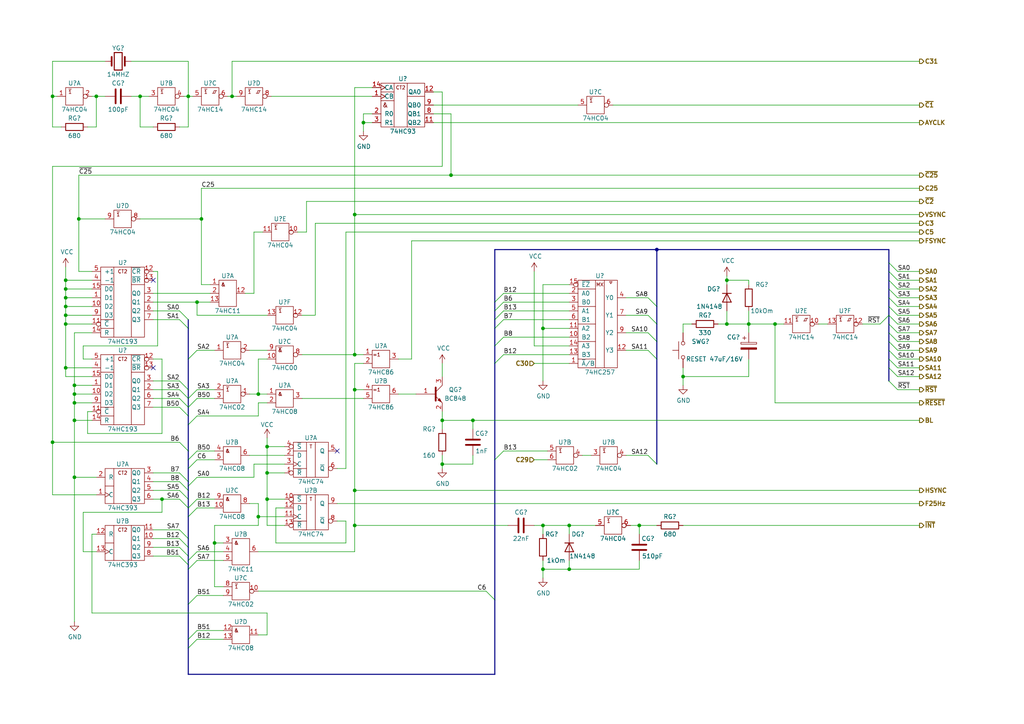
<source format=kicad_sch>
(kicad_sch (version 20211123) (generator eeschema)
  (paper "A4")
  (title_block (title "Generator") (date "28.05.2022") (rev "0.01v") (comment 1 "Comment1") (comment 2 "Comment2") (comment 3 "Comment3") (comment 4 "Comment4"))
  (junction (at 19.05 83.82))
  (junction (at 67.31 27.94))
  (junction (at 74.93 114.3))
  (junction (at 22.86 63.5))
  (junction (at 77.47 144.78))
  (junction (at 190.5 72.39))
  (junction (at 102.87 62.23))
  (junction (at 21.59 121.92))
  (junction (at 77.47 137.16))
  (junction (at 19.05 93.98))
  (junction (at 19.05 81.28))
  (junction (at 46.99 144.78))
  (junction (at 102.87 102.87))
  (junction (at 210.82 93.98))
  (junction (at 27.94 27.94))
  (junction (at 102.87 152.4))
  (junction (at 102.87 142.24))
  (junction (at 224.79 93.98))
  (junction (at 19.05 106.68))
  (junction (at 21.59 116.84))
  (junction (at 210.82 81.28))
  (junction (at 157.48 165.1))
  (junction (at 62.23 157.48))
  (junction (at 21.59 114.3))
  (junction (at 19.05 88.9))
  (junction (at 19.05 91.44))
  (junction (at 19.05 86.36))
  (junction (at 21.59 138.43))
  (junction (at 157.48 152.4))
  (junction (at 21.59 111.76))
  (junction (at 198.12 109.22))
  (junction (at 105.41 35.56))
  (junction (at 40.64 27.94))
  (junction (at 128.27 121.92))
  (junction (at 54.61 27.94))
  (junction (at 157.48 95.25))
  (junction (at 58.42 63.5))
  (junction (at 74.93 149.86))
  (junction (at 130.81 50.8))
  (junction (at 15.24 27.94))
  (junction (at 102.87 113.03))
  (junction (at 185.42 152.4))
  (junction (at 15.24 128.27))
  (junction (at 57.15 87.63))
  (junction (at 165.1 152.4))
  (junction (at 137.16 121.92))
  (junction (at 217.17 93.98))
  (junction (at 165.1 165.1))
  (junction (at 77.47 129.54))
  (junction (at 128.27 134.62))
  (no_connect (at 44.45 106.68))
  (no_connect (at 97.79 130.81))
  (no_connect (at 44.45 81.28))
  (bus_entry (at 54.61 118.11) (size 2.54 -2.54))
  (bus_entry (at 257.81 110.49) (size 2.54 2.54))
  (bus_entry (at 52.07 156.21) (size 2.54 2.54))
  (bus_entry (at 143.51 100.33) (size 2.54 -2.54))
  (bus_entry (at 257.81 96.52) (size 2.54 2.54))
  (bus_entry (at 257.81 99.06) (size 2.54 2.54))
  (bus_entry (at 54.61 187.96) (size 2.54 -2.54))
  (bus_entry (at 54.61 104.14) (size 2.54 -2.54))
  (bus_entry (at 52.07 139.7) (size 2.54 2.54))
  (bus_entry (at 52.07 92.71) (size 2.54 2.54))
  (bus_entry (at 52.07 115.57) (size 2.54 2.54))
  (bus_entry (at 187.96 86.36) (size 2.54 2.54))
  (bus_entry (at 187.96 132.08) (size 2.54 2.54))
  (bus_entry (at 143.51 90.17) (size 2.54 -2.54))
  (bus_entry (at 143.51 92.71) (size 2.54 -2.54))
  (bus_entry (at 54.61 135.89) (size 2.54 -2.54))
  (bus_entry (at 143.51 87.63) (size 2.54 -2.54))
  (bus_entry (at 257.81 88.9) (size 2.54 2.54))
  (bus_entry (at 187.96 96.52) (size 2.54 2.54))
  (bus_entry (at 257.81 106.68) (size 2.54 2.54))
  (bus_entry (at 54.61 133.35) (size 2.54 -2.54))
  (bus_entry (at 140.97 171.45) (size 2.54 2.54))
  (bus_entry (at 143.51 95.25) (size 2.54 -2.54))
  (bus_entry (at 54.61 149.86) (size 2.54 -2.54))
  (bus_entry (at 52.07 144.78) (size 2.54 2.54))
  (bus_entry (at 257.81 81.28) (size 2.54 2.54))
  (bus_entry (at 255.27 93.98) (size 2.54 -2.54))
  (bus_entry (at 54.61 165.1) (size 2.54 -2.54))
  (bus_entry (at 257.81 86.36) (size 2.54 2.54))
  (bus_entry (at 54.61 123.19) (size 2.54 -2.54))
  (bus_entry (at 257.81 83.82) (size 2.54 2.54))
  (bus_entry (at 52.07 110.49) (size 2.54 2.54))
  (bus_entry (at 52.07 142.24) (size 2.54 2.54))
  (bus_entry (at 187.96 91.44) (size 2.54 2.54))
  (bus_entry (at 52.07 161.29) (size 2.54 2.54))
  (bus_entry (at 52.07 118.11) (size 2.54 2.54))
  (bus_entry (at 52.07 158.75) (size 2.54 2.54))
  (bus_entry (at 54.61 185.42) (size 2.54 -2.54))
  (bus_entry (at 257.81 101.6) (size 2.54 2.54))
  (bus_entry (at 143.51 105.41) (size 2.54 -2.54))
  (bus_entry (at 257.81 78.74) (size 2.54 2.54))
  (bus_entry (at 257.81 76.2) (size 2.54 2.54))
  (bus_entry (at 257.81 93.98) (size 2.54 2.54))
  (bus_entry (at 54.61 115.57) (size 2.54 -2.54))
  (bus_entry (at 187.96 101.6) (size 2.54 2.54))
  (bus_entry (at 54.61 140.97) (size 2.54 -2.54))
  (bus_entry (at 54.61 162.56) (size 2.54 -2.54))
  (bus_entry (at 257.81 104.14) (size 2.54 2.54))
  (bus_entry (at 54.61 147.32) (size 2.54 -2.54))
  (bus_entry (at 52.07 128.27) (size 2.54 2.54))
  (bus_entry (at 54.61 175.26) (size 2.54 -2.54))
  (bus_entry (at 257.81 91.44) (size 2.54 2.54))
  (bus_entry (at 52.07 137.16) (size 2.54 2.54))
  (bus_entry (at 52.07 113.03) (size 2.54 2.54))
  (bus_entry (at 52.07 153.67) (size 2.54 2.54))
  (bus_entry (at 52.07 90.17) (size 2.54 2.54))
  (bus_entry (at 143.51 133.35) (size 2.54 -2.54))
  (bus (pts (xy 143.51 87.63) (xy 143.51 90.17)))
  (wire (pts (xy 102.87 113.03) (xy 105.41 113.03)))
  (wire (pts (xy 54.61 17.78) (xy 54.61 27.94)))
  (wire (pts (xy 77.47 144.78) (xy 77.47 152.4)))
  (wire (pts (xy 62.23 157.48) (xy 62.23 170.18)))
  (wire (pts (xy 266.7 116.84) (xy 224.79 116.84)))
  (wire (pts (xy 57.15 160.02) (xy 64.77 160.02)))
  (wire (pts (xy 154.94 78.74) (xy 154.94 100.33)))
  (wire (pts (xy 62.23 113.03) (xy 57.15 113.03)))
  (wire (pts (xy 15.24 17.78) (xy 30.48 17.78)))
  (wire (pts (xy 77.47 152.4) (xy 82.55 152.4)))
  (wire (pts (xy 100.33 67.31) (xy 266.7 67.31)))
  (wire (pts (xy 21.59 111.76) (xy 21.59 114.3)))
  (bus (pts (xy 143.51 72.39) (xy 143.51 87.63)))
  (wire (pts (xy 40.64 27.94) (xy 43.18 27.94)))
  (bus (pts (xy 54.61 104.14) (xy 54.61 113.03)))
  (wire (pts (xy 97.79 146.05) (xy 266.7 146.05)))
  (wire (pts (xy 198.12 152.4) (xy 266.7 152.4)))
  (wire (pts (xy 57.15 130.81) (xy 62.23 130.81)))
  (bus (pts (xy 257.81 86.36) (xy 257.81 88.9)))
  (bus (pts (xy 257.81 104.14) (xy 257.81 106.68)))
  (wire (pts (xy 58.42 63.5) (xy 58.42 82.55)))
  (bus (pts (xy 257.81 76.2) (xy 257.81 78.74)))
  (wire (pts (xy 210.82 93.98) (xy 217.17 93.98)))
  (wire (pts (xy 266.7 69.85) (xy 119.38 69.85)))
  (wire (pts (xy 77.47 184.15) (xy 77.47 177.8)))
  (wire (pts (xy 26.67 81.28) (xy 19.05 81.28)))
  (wire (pts (xy 198.12 109.22) (xy 217.17 109.22)))
  (wire (pts (xy 266.7 93.98) (xy 260.35 93.98)))
  (wire (pts (xy 44.45 118.11) (xy 52.07 118.11)))
  (wire (pts (xy 44.45 78.74) (xy 45.72 78.74)))
  (wire (pts (xy 45.72 78.74) (xy 45.72 100.33)))
  (wire (pts (xy 54.61 27.94) (xy 53.34 27.94)))
  (wire (pts (xy 19.05 109.22) (xy 19.05 106.68)))
  (wire (pts (xy 119.38 104.14) (xy 115.57 104.14)))
  (wire (pts (xy 100.33 157.48) (xy 80.01 157.48)))
  (wire (pts (xy 24.13 160.02) (xy 27.94 160.02)))
  (wire (pts (xy 210.82 81.28) (xy 217.17 81.28)))
  (wire (pts (xy 128.27 132.08) (xy 128.27 134.62)))
  (wire (pts (xy 25.4 125.73) (xy 46.99 125.73)))
  (wire (pts (xy 102.87 152.4) (xy 102.87 160.02)))
  (wire (pts (xy 71.12 85.09) (xy 73.66 85.09)))
  (bus (pts (xy 257.81 93.98) (xy 257.81 96.52)))
  (wire (pts (xy 26.67 177.8) (xy 26.67 154.94)))
  (wire (pts (xy 102.87 113.03) (xy 102.87 142.24)))
  (bus (pts (xy 143.51 95.25) (xy 143.51 100.33)))
  (wire (pts (xy 266.7 104.14) (xy 260.35 104.14)))
  (wire (pts (xy 157.48 162.56) (xy 157.48 165.1)))
  (bus (pts (xy 54.61 95.25) (xy 54.61 104.14)))
  (wire (pts (xy 19.05 83.82) (xy 26.67 83.82)))
  (wire (pts (xy 19.05 81.28) (xy 19.05 77.47)))
  (wire (pts (xy 146.05 87.63) (xy 165.1 87.63)))
  (bus (pts (xy 54.61 147.32) (xy 54.61 149.86)))
  (wire (pts (xy 57.15 133.35) (xy 62.23 133.35)))
  (wire (pts (xy 74.93 149.86) (xy 74.93 152.4)))
  (wire (pts (xy 44.45 115.57) (xy 52.07 115.57)))
  (wire (pts (xy 168.91 132.08) (xy 171.45 132.08)))
  (wire (pts (xy 157.48 165.1) (xy 157.48 167.64)))
  (bus (pts (xy 54.61 195.58) (xy 143.51 195.58)))
  (wire (pts (xy 198.12 109.22) (xy 198.12 111.76)))
  (wire (pts (xy 77.47 137.16) (xy 77.47 144.78)))
  (wire (pts (xy 74.93 114.3) (xy 77.47 114.3)))
  (wire (pts (xy 208.28 93.98) (xy 210.82 93.98)))
  (wire (pts (xy 181.61 86.36) (xy 187.96 86.36)))
  (wire (pts (xy 128.27 48.26) (xy 15.24 48.26)))
  (wire (pts (xy 57.15 144.78) (xy 62.23 144.78)))
  (wire (pts (xy 26.67 106.68) (xy 19.05 106.68)))
  (wire (pts (xy 26.67 154.94) (xy 27.94 154.94)))
  (wire (pts (xy 40.64 63.5) (xy 58.42 63.5)))
  (bus (pts (xy 54.61 144.78) (xy 54.61 147.32)))
  (wire (pts (xy 74.93 146.05) (xy 74.93 149.86)))
  (wire (pts (xy 19.05 91.44) (xy 19.05 93.98)))
  (wire (pts (xy 64.77 157.48) (xy 62.23 157.48)))
  (wire (pts (xy 24.13 100.33) (xy 24.13 104.14)))
  (wire (pts (xy 128.27 109.22) (xy 128.27 105.41)))
  (wire (pts (xy 217.17 93.98) (xy 217.17 96.52)))
  (bus (pts (xy 143.51 173.99) (xy 143.51 195.58)))
  (wire (pts (xy 26.67 114.3) (xy 21.59 114.3)))
  (wire (pts (xy 181.61 101.6) (xy 187.96 101.6)))
  (wire (pts (xy 157.48 152.4) (xy 165.1 152.4)))
  (wire (pts (xy 21.59 121.92) (xy 21.59 116.84)))
  (wire (pts (xy 57.15 115.57) (xy 62.23 115.57)))
  (wire (pts (xy 102.87 25.4) (xy 107.95 25.4)))
  (bus (pts (xy 54.61 149.86) (xy 54.61 156.21)))
  (wire (pts (xy 266.7 96.52) (xy 260.35 96.52)))
  (wire (pts (xy 19.05 106.68) (xy 19.05 93.98)))
  (wire (pts (xy 19.05 91.44) (xy 26.67 91.44)))
  (wire (pts (xy 19.05 88.9) (xy 26.67 88.9)))
  (wire (pts (xy 74.93 160.02) (xy 102.87 160.02)))
  (wire (pts (xy 100.33 67.31) (xy 100.33 135.89)))
  (wire (pts (xy 62.23 152.4) (xy 62.23 157.48)))
  (wire (pts (xy 54.61 36.83) (xy 54.61 27.94)))
  (bus (pts (xy 190.5 72.39) (xy 257.81 72.39)))
  (wire (pts (xy 73.66 138.43) (xy 57.15 138.43)))
  (wire (pts (xy 74.93 152.4) (xy 62.23 152.4)))
  (bus (pts (xy 54.61 187.96) (xy 54.61 195.58)))
  (wire (pts (xy 146.05 92.71) (xy 165.1 92.71)))
  (wire (pts (xy 128.27 121.92) (xy 137.16 121.92)))
  (wire (pts (xy 266.7 106.68) (xy 260.35 106.68)))
  (bus (pts (xy 54.61 92.71) (xy 54.61 95.25)))
  (bus (pts (xy 54.61 139.7) (xy 54.61 140.97)))
  (wire (pts (xy 45.72 100.33) (xy 24.13 100.33)))
  (wire (pts (xy 266.7 78.74) (xy 260.35 78.74)))
  (wire (pts (xy 88.9 67.31) (xy 88.9 58.42)))
  (bus (pts (xy 54.61 133.35) (xy 54.61 135.89)))
  (wire (pts (xy 185.42 152.4) (xy 185.42 154.94)))
  (wire (pts (xy 77.47 129.54) (xy 77.47 137.16)))
  (wire (pts (xy 77.47 129.54) (xy 77.47 127)))
  (bus (pts (xy 143.51 105.41) (xy 143.51 133.35)))
  (bus (pts (xy 143.51 100.33) (xy 143.51 105.41)))
  (wire (pts (xy 266.7 17.78) (xy 67.31 17.78)))
  (wire (pts (xy 86.36 67.31) (xy 88.9 67.31)))
  (wire (pts (xy 266.7 91.44) (xy 260.35 91.44)))
  (wire (pts (xy 67.31 27.94) (xy 68.58 27.94)))
  (wire (pts (xy 57.15 147.32) (xy 62.23 147.32)))
  (bus (pts (xy 54.61 158.75) (xy 54.61 161.29)))
  (wire (pts (xy 19.05 86.36) (xy 26.67 86.36)))
  (wire (pts (xy 154.94 152.4) (xy 157.48 152.4)))
  (bus (pts (xy 190.5 72.39) (xy 190.5 88.9)))
  (wire (pts (xy 44.45 85.09) (xy 60.96 85.09)))
  (wire (pts (xy 217.17 93.98) (xy 217.17 90.17)))
  (wire (pts (xy 22.86 50.8) (xy 130.81 50.8)))
  (wire (pts (xy 260.35 81.28) (xy 266.7 81.28)))
  (wire (pts (xy 15.24 17.78) (xy 15.24 27.94)))
  (wire (pts (xy 105.41 35.56) (xy 105.41 33.02)))
  (bus (pts (xy 257.81 106.68) (xy 257.81 110.49)))
  (bus (pts (xy 54.61 161.29) (xy 54.61 162.56)))
  (wire (pts (xy 260.35 86.36) (xy 266.7 86.36)))
  (wire (pts (xy 185.42 152.4) (xy 190.5 152.4)))
  (wire (pts (xy 22.86 63.5) (xy 30.48 63.5)))
  (wire (pts (xy 26.67 27.94) (xy 27.94 27.94)))
  (wire (pts (xy 137.16 124.46) (xy 137.16 121.92)))
  (bus (pts (xy 257.81 83.82) (xy 257.81 86.36)))
  (wire (pts (xy 154.94 105.41) (xy 165.1 105.41)))
  (wire (pts (xy 58.42 54.61) (xy 266.7 54.61)))
  (wire (pts (xy 181.61 132.08) (xy 187.96 132.08)))
  (wire (pts (xy 77.47 91.44) (xy 57.15 91.44)))
  (wire (pts (xy 73.66 67.31) (xy 76.2 67.31)))
  (wire (pts (xy 198.12 106.68) (xy 198.12 109.22)))
  (wire (pts (xy 38.1 17.78) (xy 54.61 17.78)))
  (wire (pts (xy 74.93 104.14) (xy 74.93 114.3)))
  (wire (pts (xy 260.35 83.82) (xy 266.7 83.82)))
  (wire (pts (xy 46.99 104.14) (xy 44.45 104.14)))
  (bus (pts (xy 257.81 101.6) (xy 257.81 104.14)))
  (wire (pts (xy 102.87 105.41) (xy 102.87 113.03)))
  (wire (pts (xy 80.01 147.32) (xy 82.55 147.32)))
  (wire (pts (xy 97.79 135.89) (xy 100.33 135.89)))
  (wire (pts (xy 46.99 148.59) (xy 46.99 144.78)))
  (wire (pts (xy 26.67 109.22) (xy 19.05 109.22)))
  (wire (pts (xy 260.35 109.22) (xy 266.7 109.22)))
  (bus (pts (xy 143.51 92.71) (xy 143.51 95.25)))
  (wire (pts (xy 72.39 101.6) (xy 77.47 101.6)))
  (wire (pts (xy 88.9 58.42) (xy 266.7 58.42)))
  (wire (pts (xy 21.59 116.84) (xy 26.67 116.84)))
  (wire (pts (xy 21.59 96.52) (xy 26.67 96.52)))
  (bus (pts (xy 54.61 118.11) (xy 54.61 120.65)))
  (wire (pts (xy 66.04 27.94) (xy 67.31 27.94)))
  (wire (pts (xy 58.42 54.61) (xy 58.42 63.5)))
  (wire (pts (xy 224.79 93.98) (xy 224.79 116.84)))
  (wire (pts (xy 125.73 30.48) (xy 167.64 30.48)))
  (wire (pts (xy 15.24 128.27) (xy 15.24 143.51)))
  (bus (pts (xy 143.51 133.35) (xy 143.51 173.99)))
  (bus (pts (xy 54.61 130.81) (xy 54.61 133.35)))
  (wire (pts (xy 62.23 170.18) (xy 64.77 170.18)))
  (wire (pts (xy 44.45 137.16) (xy 52.07 137.16)))
  (wire (pts (xy 58.42 82.55) (xy 60.96 82.55)))
  (wire (pts (xy 157.48 82.55) (xy 157.48 95.25)))
  (wire (pts (xy 44.45 142.24) (xy 52.07 142.24)))
  (wire (pts (xy 44.45 87.63) (xy 57.15 87.63)))
  (wire (pts (xy 73.66 134.62) (xy 82.55 134.62)))
  (wire (pts (xy 44.45 36.83) (xy 40.64 36.83)))
  (wire (pts (xy 266.7 101.6) (xy 260.35 101.6)))
  (wire (pts (xy 19.05 91.44) (xy 19.05 88.9)))
  (wire (pts (xy 102.87 142.24) (xy 102.87 152.4)))
  (wire (pts (xy 130.81 50.8) (xy 266.7 50.8)))
  (wire (pts (xy 74.93 116.84) (xy 74.93 120.65)))
  (wire (pts (xy 15.24 143.51) (xy 27.94 143.51)))
  (wire (pts (xy 125.73 33.02) (xy 130.81 33.02)))
  (wire (pts (xy 27.94 27.94) (xy 30.48 27.94)))
  (wire (pts (xy 57.15 87.63) (xy 60.96 87.63)))
  (wire (pts (xy 54.61 27.94) (xy 55.88 27.94)))
  (bus (pts (xy 143.51 90.17) (xy 143.51 92.71)))
  (wire (pts (xy 44.45 92.71) (xy 52.07 92.71)))
  (bus (pts (xy 190.5 93.98) (xy 190.5 99.06)))
  (wire (pts (xy 182.88 152.4) (xy 185.42 152.4)))
  (bus (pts (xy 190.5 88.9) (xy 190.5 93.98)))
  (wire (pts (xy 154.94 133.35) (xy 158.75 133.35)))
  (wire (pts (xy 44.45 139.7) (xy 52.07 139.7)))
  (wire (pts (xy 165.1 82.55) (xy 157.48 82.55)))
  (wire (pts (xy 77.47 129.54) (xy 82.55 129.54)))
  (bus (pts (xy 54.61 142.24) (xy 54.61 144.78)))
  (wire (pts (xy 158.75 130.81) (xy 146.05 130.81)))
  (wire (pts (xy 44.45 156.21) (xy 52.07 156.21)))
  (wire (pts (xy 87.63 102.87) (xy 102.87 102.87)))
  (bus (pts (xy 257.81 81.28) (xy 257.81 83.82)))
  (wire (pts (xy 266.7 99.06) (xy 260.35 99.06)))
  (wire (pts (xy 57.15 185.42) (xy 64.77 185.42)))
  (wire (pts (xy 26.67 121.92) (xy 21.59 121.92)))
  (wire (pts (xy 64.77 172.72) (xy 57.15 172.72)))
  (wire (pts (xy 146.05 90.17) (xy 165.1 90.17)))
  (wire (pts (xy 107.95 35.56) (xy 105.41 35.56)))
  (wire (pts (xy 128.27 26.67) (xy 128.27 48.26)))
  (wire (pts (xy 24.13 148.59) (xy 24.13 160.02)))
  (wire (pts (xy 165.1 152.4) (xy 165.1 154.94)))
  (wire (pts (xy 22.86 50.8) (xy 22.86 63.5)))
  (wire (pts (xy 165.1 162.56) (xy 165.1 165.1)))
  (wire (pts (xy 210.82 81.28) (xy 210.82 82.55)))
  (wire (pts (xy 266.7 62.23) (xy 102.87 62.23)))
  (wire (pts (xy 250.19 93.98) (xy 255.27 93.98)))
  (wire (pts (xy 198.12 93.98) (xy 200.66 93.98)))
  (wire (pts (xy 15.24 128.27) (xy 52.07 128.27)))
  (wire (pts (xy 105.41 33.02) (xy 107.95 33.02)))
  (wire (pts (xy 77.47 116.84) (xy 74.93 116.84)))
  (wire (pts (xy 26.67 177.8) (xy 77.47 177.8)))
  (wire (pts (xy 44.45 90.17) (xy 52.07 90.17)))
  (wire (pts (xy 57.15 162.56) (xy 64.77 162.56)))
  (wire (pts (xy 73.66 134.62) (xy 73.66 138.43)))
  (wire (pts (xy 19.05 88.9) (xy 19.05 86.36)))
  (wire (pts (xy 77.47 104.14) (xy 74.93 104.14)))
  (bus (pts (xy 257.81 96.52) (xy 257.81 99.06)))
  (wire (pts (xy 74.93 171.45) (xy 140.97 171.45)))
  (bus (pts (xy 54.61 165.1) (xy 54.61 175.26)))
  (bus (pts (xy 190.5 99.06) (xy 190.5 104.14)))
  (wire (pts (xy 102.87 142.24) (xy 266.7 142.24)))
  (wire (pts (xy 46.99 125.73) (xy 46.99 104.14)))
  (wire (pts (xy 26.67 119.38) (xy 25.4 119.38)))
  (wire (pts (xy 72.39 146.05) (xy 74.93 146.05)))
  (wire (pts (xy 21.59 111.76) (xy 21.59 96.52)))
  (wire (pts (xy 181.61 91.44) (xy 187.96 91.44)))
  (wire (pts (xy 217.17 93.98) (xy 224.79 93.98)))
  (wire (pts (xy 102.87 102.87) (xy 105.41 102.87)))
  (wire (pts (xy 147.32 152.4) (xy 102.87 152.4)))
  (wire (pts (xy 27.94 36.83) (xy 25.4 36.83)))
  (wire (pts (xy 105.41 35.56) (xy 105.41 38.1)))
  (wire (pts (xy 21.59 121.92) (xy 21.59 138.43)))
  (wire (pts (xy 237.49 93.98) (xy 240.03 93.98)))
  (wire (pts (xy 19.05 83.82) (xy 19.05 81.28)))
  (wire (pts (xy 57.15 182.88) (xy 64.77 182.88)))
  (wire (pts (xy 27.94 27.94) (xy 27.94 36.83)))
  (bus (pts (xy 54.61 185.42) (xy 54.61 187.96)))
  (wire (pts (xy 130.81 50.8) (xy 130.81 33.02)))
  (wire (pts (xy 15.24 27.94) (xy 15.24 36.83)))
  (wire (pts (xy 26.67 93.98) (xy 19.05 93.98)))
  (wire (pts (xy 154.94 100.33) (xy 165.1 100.33)))
  (wire (pts (xy 266.7 88.9) (xy 260.35 88.9)))
  (wire (pts (xy 21.59 114.3) (xy 21.59 116.84)))
  (wire (pts (xy 82.55 144.78) (xy 77.47 144.78)))
  (wire (pts (xy 91.44 64.77) (xy 266.7 64.77)))
  (wire (pts (xy 44.45 153.67) (xy 52.07 153.67)))
  (wire (pts (xy 80.01 157.48) (xy 80.01 147.32)))
  (wire (pts (xy 157.48 165.1) (xy 165.1 165.1)))
  (wire (pts (xy 210.82 80.01) (xy 210.82 81.28)))
  (wire (pts (xy 44.45 144.78) (xy 46.99 144.78)))
  (wire (pts (xy 44.45 158.75) (xy 52.07 158.75)))
  (wire (pts (xy 119.38 69.85) (xy 119.38 104.14)))
  (wire (pts (xy 15.24 48.26) (xy 15.24 128.27)))
  (wire (pts (xy 44.45 110.49) (xy 52.07 110.49)))
  (wire (pts (xy 266.7 113.03) (xy 260.35 113.03)))
  (wire (pts (xy 102.87 105.41) (xy 105.41 105.41)))
  (wire (pts (xy 137.16 132.08) (xy 137.16 134.62)))
  (wire (pts (xy 91.44 91.44) (xy 91.44 64.77)))
  (wire (pts (xy 137.16 121.92) (xy 266.7 121.92)))
  (wire (pts (xy 181.61 96.52) (xy 187.96 96.52)))
  (wire (pts (xy 72.39 114.3) (xy 74.93 114.3)))
  (wire (pts (xy 128.27 119.38) (xy 128.27 121.92)))
  (wire (pts (xy 128.27 121.92) (xy 128.27 124.46)))
  (bus (pts (xy 54.61 120.65) (xy 54.61 123.19)))
  (bus (pts (xy 257.81 72.39) (xy 257.81 76.2)))
  (wire (pts (xy 128.27 134.62) (xy 137.16 134.62)))
  (wire (pts (xy 87.63 91.44) (xy 91.44 91.44)))
  (wire (pts (xy 72.39 132.08) (xy 82.55 132.08)))
  (wire (pts (xy 224.79 93.98) (xy 227.33 93.98)))
  (wire (pts (xy 44.45 161.29) (xy 52.07 161.29)))
  (wire (pts (xy 22.86 63.5) (xy 22.86 78.74)))
  (wire (pts (xy 24.13 148.59) (xy 46.99 148.59)))
  (bus (pts (xy 54.61 140.97) (xy 54.61 142.24)))
  (wire (pts (xy 157.48 95.25) (xy 157.48 110.49)))
  (bus (pts (xy 54.61 162.56) (xy 54.61 163.83)))
  (wire (pts (xy 102.87 62.23) (xy 102.87 102.87)))
  (wire (pts (xy 22.86 78.74) (xy 26.67 78.74)))
  (wire (pts (xy 165.1 152.4) (xy 172.72 152.4)))
  (bus (pts (xy 54.61 113.03) (xy 54.61 115.57)))
  (bus (pts (xy 54.61 156.21) (xy 54.61 158.75)))
  (wire (pts (xy 217.17 109.22) (xy 217.17 104.14)))
  (wire (pts (xy 185.42 162.56) (xy 185.42 165.1)))
  (wire (pts (xy 125.73 26.67) (xy 128.27 26.67)))
  (wire (pts (xy 57.15 101.6) (xy 62.23 101.6)))
  (wire (pts (xy 15.24 27.94) (xy 16.51 27.94)))
  (bus (pts (xy 54.61 135.89) (xy 54.61 139.7)))
  (bus (pts (xy 257.81 78.74) (xy 257.81 81.28)))
  (wire (pts (xy 74.93 120.65) (xy 57.15 120.65)))
  (wire (pts (xy 146.05 85.09) (xy 165.1 85.09)))
  (wire (pts (xy 102.87 25.4) (xy 102.87 62.23)))
  (wire (pts (xy 52.07 36.83) (xy 54.61 36.83)))
  (wire (pts (xy 87.63 115.57) (xy 105.41 115.57)))
  (bus (pts (xy 54.61 115.57) (xy 54.61 118.11)))
  (wire (pts (xy 73.66 67.31) (xy 73.66 85.09)))
  (wire (pts (xy 115.57 114.3) (xy 120.65 114.3)))
  (wire (pts (xy 77.47 184.15) (xy 74.93 184.15)))
  (wire (pts (xy 198.12 96.52) (xy 198.12 93.98)))
  (wire (pts (xy 44.45 113.03) (xy 52.07 113.03)))
  (wire (pts (xy 57.15 91.44) (xy 57.15 87.63)))
  (bus (pts (xy 143.51 72.39) (xy 190.5 72.39)))
  (wire (pts (xy 165.1 165.1) (xy 185.42 165.1)))
  (wire (pts (xy 25.4 119.38) (xy 25.4 125.73)))
  (wire (pts (xy 177.8 30.48) (xy 266.7 30.48)))
  (bus (pts (xy 54.61 175.26) (xy 54.61 185.42)))
  (wire (pts (xy 97.79 151.13) (xy 100.33 151.13)))
  (wire (pts (xy 146.05 102.87) (xy 165.1 102.87)))
  (wire (pts (xy 100.33 151.13) (xy 100.33 157.48)))
  (wire (pts (xy 217.17 81.28) (xy 217.17 82.55)))
  (wire (pts (xy 15.24 36.83) (xy 17.78 36.83)))
  (wire (pts (xy 128.27 134.62) (xy 128.27 135.89)))
  (bus (pts (xy 190.5 104.14) (xy 190.5 134.62)))
  (wire (pts (xy 157.48 152.4) (xy 157.48 154.94)))
  (wire (pts (xy 19.05 86.36) (xy 19.05 83.82)))
  (bus (pts (xy 257.81 99.06) (xy 257.81 101.6)))
  (wire (pts (xy 46.99 144.78) (xy 52.07 144.78)))
  (wire (pts (xy 77.47 137.16) (xy 82.55 137.16)))
  (bus (pts (xy 54.61 163.83) (xy 54.61 165.1)))
  (wire (pts (xy 40.64 36.83) (xy 40.64 27.94)))
  (wire (pts (xy 210.82 90.17) (xy 210.82 93.98)))
  (wire (pts (xy 24.13 104.14) (xy 26.67 104.14)))
  (wire (pts (xy 146.05 97.79) (xy 165.1 97.79)))
  (wire (pts (xy 21.59 138.43) (xy 27.94 138.43)))
  (wire (pts (xy 21.59 138.43) (xy 21.59 180.34)))
  (wire (pts (xy 67.31 27.94) (xy 67.31 17.78)))
  (wire (pts (xy 82.55 149.86) (xy 74.93 149.86)))
  (bus (pts (xy 257.81 88.9) (xy 257.81 91.44)))
  (wire (pts (xy 38.1 27.94) (xy 40.64 27.94)))
  (wire (pts (xy 165.1 95.25) (xy 157.48 95.25)))
  (bus (pts (xy 54.61 123.19) (xy 54.61 130.81)))
  (bus (pts (xy 257.81 91.44) (xy 257.81 93.98)))
  (wire (pts (xy 26.67 111.76) (xy 21.59 111.76)))
  (wire (pts (xy 78.74 27.94) (xy 107.95 27.94)))
  (wire (pts (xy 125.73 35.56) (xy 266.7 35.56)))
  (label "B13" (at 146.05 130.81 0))
  (label "B12" (at 52.07 156.21 180))
  (label "C6" (at 57.15 133.35 0))
  (label "SA4" (at 57.15 120.65 0))
  (label "~{C25}" (at 22.86 50.8 0))
  (label "SA2" (at 57.15 101.6 0))
  (label "B50" (at 57.15 130.81 0))
  (label "B12" (at 57.15 185.42 0))
  (label "~{RST}" (at 260.35 113.03 0))
  (label "SA1" (at 52.07 92.71 180))
  (label "SA4" (at 260.35 88.9 0))
  (label "SA10" (at 187.96 96.52 180))
  (label "C25" (at 58.42 54.61 0))
  (label "C6" (at 138.43 171.45 0))
  (label "SA11" (at 260.35 106.68 0))
  (label "SA8" (at 187.96 86.36 180))
  (label "B13" (at 52.07 158.75 180))
  (label "B13" (at 57.15 147.32 0))
  (label "SA3" (at 260.35 86.36 0))
  (label "SA4" (at 52.07 115.57 180))
  (label "B6" (at 52.07 128.27 180))
  (label "SA6" (at 52.07 144.78 180))
  (label "SA7" (at 260.35 96.52 0))
  (label "B13" (at 146.05 90.17 0))
  (label "B12" (at 146.05 102.87 0))
  (label "B8" (at 146.05 97.79 0))
  (label "B50" (at 57.15 115.57 0))
  (label "SA6" (at 57.15 160.02 0))
  (label "SA9" (at 260.35 101.6 0))
  (label "SA11" (at 187.96 101.6 180))
  (label "B12" (at 146.05 85.09 0))
  (label "B7" (at 146.05 92.71 0))
  (label "SA5" (at 260.35 91.44 0))
  (label "SA7" (at 57.15 162.56 0))
  (label "B51" (at 57.15 182.88 0))
  (label "SA8" (at 260.35 99.06 0))
  (label "SA5" (at 52.07 142.24 180))
  (label "SA0" (at 52.07 90.17 180))
  (label "B8" (at 52.07 139.7 180))
  (label "SA6" (at 260.35 93.98 0))
  (label "B6" (at 146.05 87.63 0))
  (label "B7" (at 52.07 137.16 180))
  (label "B51" (at 57.15 172.72 0))
  (label "SA10" (at 260.35 104.14 0))
  (label "SA0" (at 57.15 138.43 0))
  (label "SA9" (at 187.96 91.44 180))
  (label "SA7" (at 52.07 153.67 180))
  (label "SA0" (at 260.35 78.74 0))
  (label "B12" (at 57.15 144.78 0))
  (label "SA1" (at 260.35 81.28 0))
  (label "B50" (at 52.07 118.11 180))
  (label "SA12" (at 187.96 132.08 180))
  (label "SA12" (at 260.35 109.22 0))
  (label "~{RST}" (at 255.27 93.98 180))
  (label "SA3" (at 52.07 113.03 180))
  (label "SA2" (at 260.35 83.82 0))
  (label "SA2" (at 52.07 110.49 180))
  (label "SA3" (at 57.15 113.03 0))
  (label "B51" (at 52.07 161.29 180))
  (hierarchical_label "FSYNC" (shape output) (at 266.7 69.85 0) (effects (font (thickness 0.254) bold)))
  (hierarchical_label "C3" (shape output) (at 266.7 64.77 0) (effects (font (thickness 0.254) bold)))
  (hierarchical_label "SA3" (shape output) (at 266.7 86.36 0) (effects (font (thickness 0.254) bold)))
  (hierarchical_label "~{C1}" (shape output) (at 266.7 30.48 0) (effects (font (thickness 0.254) bold)))
  (hierarchical_label "SA1" (shape output) (at 266.7 81.28 0) (effects (font (thickness 0.254) bold)))
  (hierarchical_label "C31" (shape output) (at 266.7 17.78 0) (effects (font (thickness 0.254) bold)))
  (hierarchical_label "AYCLK" (shape output) (at 266.7 35.56 0) (effects (font (thickness 0.254) bold)))
  (hierarchical_label "C25" (shape output) (at 266.7 54.61 0) (effects (font (thickness 0.254) bold)))
  (hierarchical_label "BL" (shape output) (at 266.7 121.92 0) (effects (font (thickness 0.254) bold)))
  (hierarchical_label "SA6" (shape output) (at 266.7 93.98 0) (effects (font (thickness 0.254) bold)))
  (hierarchical_label "~{C25}" (shape output) (at 266.7 50.8 0) (effects (font (thickness 0.254) bold)))
  (hierarchical_label "SA11" (shape output) (at 266.7 106.68 0) (effects (font (thickness 0.254) bold)))
  (hierarchical_label "C5" (shape output) (at 266.7 67.31 0) (effects (font (thickness 0.254) bold)))
  (hierarchical_label "SA10" (shape output) (at 266.7 104.14 0) (effects (font (thickness 0.254) bold)))
  (hierarchical_label "SA7" (shape output) (at 266.7 96.52 0) (effects (font (thickness 0.254) bold)))
  (hierarchical_label "HSYNC" (shape output) (at 266.7 142.24 0) (effects (font (thickness 0.254) bold)))
  (hierarchical_label "~{INT}" (shape output) (at 266.7 152.4 0) (effects (font (thickness 0.254) bold)))
  (hierarchical_label "~{C2}" (shape output) (at 266.7 58.42 0) (effects (font (thickness 0.254) bold)))
  (hierarchical_label "C29" (shape input) (at 154.94 133.35 180) (effects (font (thickness 0.254) bold)))
  (hierarchical_label "C30" (shape input) (at 154.94 105.41 180) (effects (font (thickness 0.254) bold)))
  (hierarchical_label "SA4" (shape output) (at 266.7 88.9 0) (effects (font (thickness 0.254) bold)))
  (hierarchical_label "VSYNC" (shape output) (at 266.7 62.23 0) (effects (font (thickness 0.254) bold)))
  (hierarchical_label "SA2" (shape output) (at 266.7 83.82 0) (effects (font (thickness 0.254) bold)))
  (hierarchical_label "SA12" (shape output) (at 266.7 109.22 0) (effects (font (thickness 0.254) bold)))
  (hierarchical_label "SA8" (shape output) (at 266.7 99.06 0) (effects (font (thickness 0.254) bold)))
  (hierarchical_label "~{RST}" (shape output) (at 266.7 113.03 0) (effects (font (thickness 0.254) bold)))
  (hierarchical_label "~{RESET}" (shape output) (at 266.7 116.84 0) (effects (font (thickness 0.254) bold)))
  (hierarchical_label "SA0" (shape output) (at 266.7 78.74 0) (effects (font (thickness 0.254) bold)))
  (hierarchical_label "SA9" (shape output) (at 266.7 101.6 0) (effects (font (thickness 0.254) bold)))
  (hierarchical_label "F25Hz" (shape output) (at 266.7 146.05 0) (effects (font (thickness 0.254) bold)))
  (hierarchical_label "SA5" (shape output) (at 266.7 91.44 0) (effects (font (thickness 0.254) bold)))
  (symbol (lib_id "74IEC:74HC93") (at 116.84 30.48 0) (unit 1)
    (property "Reference" "U?" (at 116.84 22.86 0))
    (property "Value" "74HC93" (at 116.84 38.1 0))
    (property "Footprint" "Package_DIP:DIP-14_W7.62mm" (effects hide))
    (property "Datasheet" "https://www.ti.com/lit/ug/scyd013b/scyd013b.pdf" (effects hide))
  )
  (symbol (lib_id "74IEC:74HC04") (at 21.59 27.94 0) (unit 1)
    (property "Reference" "U?" (at 21.59 24.13 0))
    (property "Value" "74HC04" (at 21.59 31.75 0))
    (property "Footprint" "Package_DIP:DIP-14_W7.62mm" (effects hide))
    (property "Datasheet" "https://www.ti.com/lit/ug/scyd013b/scyd013b.pdf" (effects hide))
  )
  (symbol (lib_id "74IEC:74HC04") (at 48.26 27.94 0) (unit 2)
    (property "Reference" "U?" (at 48.26 24.13 0))
    (property "Value" "74HC04" (at 48.26 31.75 0))
    (property "Footprint" "Package_DIP:DIP-14_W7.62mm" (effects hide))
    (property "Datasheet" "https://www.ti.com/lit/ug/scyd013b/scyd013b.pdf" (effects hide))
  )
  (symbol (lib_id "Device:Crystal") (at 34.29 17.78 0) (unit 1)
    (property "Reference" "YG?" (at 34.29 13.97 0))
    (property "Value" "14MHZ" (at 34.29 21.59 0))
    (property "Footprint" "Crystal:Crystal_HC49-U_Vertical" (effects hide))
  )
  (symbol (lib_id "Device:R") (at 21.59 36.83 90) (unit 1)
    (property "Reference" "RG?" (at 21.59 34.29 90))
    (property "Value" "680" (at 21.59 39.37 90))
    (property "Footprint" "Resistor_SMD:R_0805_2012Metric_Pad1.20x1.40mm_HandSolder" (effects hide))
  )
  (symbol (lib_id "Device:R") (at 48.26 36.83 90) (unit 1)
    (property "Reference" "RG?" (at 48.26 34.29 90))
    (property "Value" "680" (at 48.26 39.37 90))
    (property "Footprint" "Resistor_SMD:R_0805_2012Metric_Pad1.20x1.40mm_HandSolder" (effects hide))
  )
  (symbol (lib_id "Device:C") (at 34.29 27.94 270) (unit 1)
    (property "Reference" "CG?" (at 34.29 24.13 90))
    (property "Value" "100pF" (at 34.29 31.75 90))
    (property "Footprint" "Capacitor_SMD:C_0805_2012Metric_Pad1.18x1.45mm_HandSolder" (effects hide))
  )
  (symbol (lib_id "power:GND") (at 105.41 38.1 0) (unit 1)
    (property "Reference" "#PWR?" (effects hide))
    (property "Value" "GND" (at 105.537 42.4942 0))
  )
  (symbol (lib_id "74IEC:74HC14") (at 60.96 27.94 0) (unit 3)
    (property "Reference" "U?" (at 60.96 24.13 0))
    (property "Value" "74HC14" (at 60.96 31.75 0))
    (property "Footprint" "Package_DIP:DIP-14_W7.62mm" (effects hide))
    (property "Datasheet" "https://www.ti.com/lit/ug/scyd013b/scyd013b.pdf" (effects hide))
  )
  (symbol (lib_id "74IEC:74HC14") (at 73.66 27.94 0) (unit 4)
    (property "Reference" "U?" (at 73.66 24.13 0))
    (property "Value" "74HC14" (at 73.66 31.75 0))
    (property "Footprint" "Package_DIP:DIP-14_W7.62mm" (effects hide))
    (property "Datasheet" "https://www.ti.com/lit/ug/scyd013b/scyd013b.pdf" (effects hide))
  )
  (symbol (lib_id "74IEC:74HC193") (at 35.56 87.63 0) (unit 1)
    (property "Reference" "U?" (at 35.56 76.2 0))
    (property "Value" "74HC193" (at 35.56 99.06 0))
    (property "Footprint" "Package_DIP:DIP-16_W7.62mm" (effects hide))
    (property "Datasheet" "https://www.ti.com/lit/ug/scyd013b/scyd013b.pdf" (effects hide))
  )
  (symbol (lib_id "74IEC:74HC193") (at 35.56 113.03 0) (unit 1)
    (property "Reference" "U?" (at 35.56 101.6 0))
    (property "Value" "74HC193" (at 35.56 124.46 0))
    (property "Footprint" "Package_DIP:DIP-16_W7.62mm" (effects hide))
    (property "Datasheet" "https://www.ti.com/lit/ug/scyd013b/scyd013b.pdf" (effects hide))
  )
  (symbol (lib_id "power:VCC") (at 19.05 77.47 0) (unit 1)
    (property "Reference" "#PWR?" (effects hide))
    (property "Value" "VCC" (at 19.431 73.0758 0))
  )
  (symbol (lib_id "power:GND") (at 21.59 180.34 0) (unit 1)
    (property "Reference" "#PWR?" (effects hide))
    (property "Value" "GND" (at 21.717 184.7342 0))
  )
  (symbol (lib_id "74IEC:74HC04") (at 172.72 30.48 0) (unit 3)
    (property "Reference" "U?" (at 172.72 26.67 0))
    (property "Value" "74HC04" (at 172.72 34.29 0))
    (property "Footprint" "Package_DIP:DIP-14_W7.62mm" (effects hide))
    (property "Datasheet" "https://www.ti.com/lit/ug/scyd013b/scyd013b.pdf" (effects hide))
  )
  (symbol (lib_id "74IEC:74HC11") (at 66.04 85.09 0) (unit 1)
    (property "Reference" "U?" (at 66.04 80.01 0))
    (property "Value" "74HC11" (at 66.04 90.17 0))
    (property "Footprint" "Package_DIP:DIP-14_W7.62mm" (effects hide))
    (property "Datasheet" "https://www.ti.com/lit/ug/scyd013b/scyd013b.pdf" (effects hide))
  )
  (symbol (lib_id "74IEC:74HC04") (at 35.56 63.5 0) (unit 4)
    (property "Reference" "U?" (at 35.56 59.69 0))
    (property "Value" "74HC04" (at 35.56 67.31 0))
    (property "Footprint" "Package_DIP:DIP-14_W7.62mm" (effects hide))
    (property "Datasheet" "https://www.ti.com/lit/ug/scyd013b/scyd013b.pdf" (effects hide))
  )
  (symbol (lib_id "74IEC:74HC04") (at 82.55 91.44 0) (unit 6)
    (property "Reference" "U?" (at 82.55 87.63 0))
    (property "Value" "74HC04" (at 82.55 95.25 0))
    (property "Footprint" "Package_DIP:DIP-14_W7.62mm" (effects hide))
    (property "Datasheet" "https://www.ti.com/lit/ug/scyd013b/scyd013b.pdf" (effects hide))
  )
  (symbol (lib_id "74IEC:74HC04") (at 81.28 67.31 0) (unit 5)
    (property "Reference" "U?" (at 81.28 63.5 0))
    (property "Value" "74HC04" (at 81.28 71.12 0))
    (property "Footprint" "Package_DIP:DIP-14_W7.62mm" (effects hide))
    (property "Datasheet" "https://www.ti.com/lit/ug/scyd013b/scyd013b.pdf" (effects hide))
  )
  (symbol (lib_id "74IEC:74HC257") (at 173.99 93.98 0) (unit 1)
    (property "Reference" "U?" (at 173.99 80.01 0))
    (property "Value" "74HC257" (at 173.99 107.95 0))
    (property "Footprint" "Package_DIP:DIP-16_W7.62mm" (effects hide))
    (property "Datasheet" "https://www.ti.com/lit/ug/scyd013b/scyd013b.pdf" (effects hide))
  )
  (symbol (lib_id "74IEC:74HC04") (at 67.31 101.6 0) (unit 1)
    (property "Reference" "U?" (at 67.31 97.79 0))
    (property "Value" "74HC04" (at 67.31 105.41 0))
    (property "Footprint" "Package_DIP:DIP-14_W7.62mm" (effects hide))
    (property "Datasheet" "https://www.ti.com/lit/ug/scyd013b/scyd013b.pdf" (effects hide))
  )
  (symbol (lib_id "74IEC:74HC393") (at 35.56 140.97 0) (unit 1)
    (property "Reference" "U?" (at 35.56 134.62 0))
    (property "Value" "74HC393" (at 35.56 147.32 0))
    (property "Footprint" "Package_DIP:DIP-14_W7.62mm" (effects hide))
    (property "Datasheet" "https://www.ti.com/lit/ug/scyd013b/scyd013b.pdf" (effects hide))
  )
  (symbol (lib_id "74IEC:74HC393") (at 35.56 157.48 0) (unit 2)
    (property "Reference" "U?" (at 35.56 151.13 0))
    (property "Value" "74HC393" (at 35.56 163.83 0))
    (property "Footprint" "Package_DIP:DIP-14_W7.62mm" (effects hide))
    (property "Datasheet" "https://www.ti.com/lit/ug/scyd013b/scyd013b.pdf" (effects hide))
  )
  (symbol (lib_id "74IEC:74HC08") (at 69.85 184.15 0) (unit 4)
    (property "Reference" "U?" (at 69.85 180.34 0))
    (property "Value" "74HC08" (at 69.85 187.96 0))
    (property "Footprint" "Package_DIP:DIP-14_W7.62mm" (effects hide))
    (property "Datasheet" "https://www.ti.com/lit/ug/scyd013b/scyd013b.pdf" (effects hide))
  )
  (symbol (lib_id "74IEC:74HC00") (at 82.55 102.87 0) (unit 3)
    (property "Reference" "U?" (at 82.55 99.06 0))
    (property "Value" "74HC00" (at 82.55 106.68 0))
    (property "Footprint" "Package_DIP:DIP-14_W7.62mm" (effects hide))
    (property "Datasheet" "https://www.ti.com/lit/ds/symlink/sn7400.pdf" (effects hide))
  )
  (symbol (lib_id "74IEC:74HC08") (at 82.55 115.57 0) (unit 1)
    (property "Reference" "U?" (at 82.55 111.76 0))
    (property "Value" "74HC08" (at 82.55 119.38 0))
    (property "Footprint" "Package_DIP:DIP-14_W7.62mm" (effects hide))
    (property "Datasheet" "https://www.ti.com/lit/ug/scyd013b/scyd013b.pdf" (effects hide))
  )
  (symbol (lib_id "74IEC:74HC02") (at 67.31 114.3 0) (unit 1)
    (property "Reference" "U?" (at 67.31 110.49 0))
    (property "Value" "74HC02" (at 67.31 118.11 0))
    (property "Footprint" "Package_DIP:DIP-14_W7.62mm" (effects hide))
    (property "Datasheet" "https://www.ti.com/lit/ug/scyd013b/scyd013b.pdf" (effects hide))
  )
  (symbol (lib_id "74IEC:74HC08") (at 67.31 132.08 0) (unit 2)
    (property "Reference" "U?" (at 67.31 128.27 0))
    (property "Value" "74HC08" (at 67.31 135.89 0))
    (property "Footprint" "Package_DIP:DIP-14_W7.62mm" (effects hide))
    (property "Datasheet" "https://www.ti.com/lit/ug/scyd013b/scyd013b.pdf" (effects hide))
  )
  (symbol (lib_id "Device:R") (at 194.31 152.4 270) (unit 1)
    (property "Reference" "RG?" (at 194.31 149.86 90))
    (property "Value" "680" (at 194.31 154.94 90))
    (property "Footprint" "Resistor_SMD:R_0805_2012Metric_Pad1.20x1.40mm_HandSolder" (effects hide))
  )
  (symbol (lib_id "74IEC:74HC08") (at 67.31 146.05 0) (unit 3)
    (property "Reference" "U?" (at 67.31 142.24 0))
    (property "Value" "74HC08" (at 67.31 149.86 0))
    (property "Footprint" "Package_DIP:DIP-14_W7.62mm" (effects hide))
    (property "Datasheet" "https://www.ti.com/lit/ug/scyd013b/scyd013b.pdf" (effects hide))
  )
  (symbol (lib_id "74IEC:74HC02") (at 69.85 171.45 0) (unit 3)
    (property "Reference" "U?" (at 69.85 167.64 0))
    (property "Value" "74HC02" (at 69.85 175.26 0))
    (property "Footprint" "Package_DIP:DIP-14_W7.62mm" (effects hide))
    (property "Datasheet" "https://www.ti.com/lit/ug/scyd013b/scyd013b.pdf" (effects hide))
  )
  (symbol (lib_id "74IEC:74HC11") (at 69.85 160.02 0) (unit 2)
    (property "Reference" "U?" (at 69.85 154.94 0))
    (property "Value" "74HC11" (at 69.85 165.1 0))
    (property "Footprint" "Package_DIP:DIP-14_W7.62mm" (effects hide))
    (property "Datasheet" "https://www.ti.com/lit/ug/scyd013b/scyd013b.pdf" (effects hide))
  )
  (symbol (lib_id "74IEC:74HC86") (at 110.49 104.14 0) (unit 1)
    (property "Reference" "U?" (at 110.49 100.33 0))
    (property "Value" "74HC86" (at 110.49 107.95 0))
    (property "Footprint" "Package_DIP:DIP-14_W7.62mm" (effects hide))
    (property "Datasheet" "https://www.ti.com/lit/ug/scyd013b/scyd013b.pdf" (effects hide))
  )
  (symbol (lib_id "74IEC:74HC86") (at 110.49 114.3 0) (unit 2)
    (property "Reference" "U?" (at 110.49 110.49 0))
    (property "Value" "74HC86" (at 110.49 118.11 0))
    (property "Footprint" "Package_DIP:DIP-14_W7.62mm" (effects hide))
    (property "Datasheet" "https://www.ti.com/lit/ug/scyd013b/scyd013b.pdf" (effects hide))
  )
  (symbol (lib_id "74IEC:74HC14") (at 245.11 93.98 0) (unit 6)
    (property "Reference" "U?" (at 245.11 90.17 0))
    (property "Value" "74HC14" (at 245.11 97.79 0))
    (property "Footprint" "Package_DIP:DIP-14_W7.62mm" (effects hide))
    (property "Datasheet" "https://www.ti.com/lit/ug/scyd013b/scyd013b.pdf" (effects hide))
  )
  (symbol (lib_id "74IEC:74HC14") (at 232.41 93.98 0) (unit 5)
    (property "Reference" "U?" (at 232.41 90.17 0))
    (property "Value" "74HC14" (at 232.41 97.79 0))
    (property "Footprint" "Package_DIP:DIP-14_W7.62mm" (effects hide))
    (property "Datasheet" "https://www.ti.com/lit/ug/scyd013b/scyd013b.pdf" (effects hide))
  )
  (symbol (lib_id "power:VCC") (at 210.82 80.01 0) (unit 1)
    (property "Reference" "#PWR?" (effects hide))
    (property "Value" "VCC" (at 211.201 75.6158 0))
  )
  (symbol (lib_id "Switch:SW_Push") (at 198.12 101.6 90) (unit 1)
    (property "Reference" "SWG?" (at 203.2 99.06 90))
    (property "Value" "RESET" (at 201.93 104.14 90))
    (property "Footprint" "Button_Switch_THT:SW_Tactile_SPST_Angled_PTS645Vx39-2LFS" (effects hide))
  )
  (symbol (lib_id "Device:D") (at 210.82 86.36 270) (unit 1)
    (property "Reference" "DG?" (at 207.01 83.82 90))
    (property "Value" "1N4148" (at 205.74 88.9 90))
    (property "Footprint" "Diode_SMD:D_SOD-323_HandSoldering" (effects hide))
  )
  (symbol (lib_id "Device:R") (at 217.17 86.36 0) (unit 1)
    (property "Reference" "RG?" (at 220.98 82.55 0))
    (property "Value" "10kOm" (at 220.98 90.17 0))
    (property "Footprint" "Resistor_SMD:R_0805_2012Metric_Pad1.20x1.40mm_HandSolder" (effects hide))
  )
  (symbol (lib_id "Device:R") (at 204.47 93.98 270) (unit 1)
    (property "Reference" "RG?" (at 204.47 91.44 90))
    (property "Value" "330" (at 204.47 96.52 90))
    (property "Footprint" "Resistor_SMD:R_0805_2012Metric_Pad1.20x1.40mm_HandSolder" (effects hide))
  )
  (symbol (lib_id "power:GND") (at 198.12 111.76 0) (unit 1)
    (property "Reference" "#PWR?" (effects hide))
    (property "Value" "GND" (at 198.247 116.1542 0))
  )
  (symbol (lib_id "power:VCC") (at 77.47 127 0) (unit 1)
    (property "Reference" "#PWR?" (effects hide))
    (property "Value" "VCC" (at 77.47 123.19 0))
  )
  (symbol (lib_id "power:GND") (at 157.48 110.49 0) (unit 1)
    (property "Reference" "#PWR?" (effects hide))
    (property "Value" "GND" (at 157.607 114.8842 0))
  )
  (symbol (lib_id "power:VCC") (at 154.94 78.74 0) (unit 1)
    (property "Reference" "#PWR?" (effects hide))
    (property "Value" "VCC" (at 155.321 74.3458 0))
  )
  (symbol (lib_id "power:VCC") (at 128.27 105.41 0) (unit 1)
    (property "Reference" "#PWR?" (effects hide))
    (property "Value" "VCC" (at 128.651 101.0158 0))
  )
  (symbol (lib_id "Device:R") (at 128.27 128.27 180) (unit 1)
    (property "Reference" "RG?" (at 124.46 124.46 0))
    (property "Value" "160" (at 124.46 132.08 0))
    (property "Footprint" "Resistor_SMD:R_0805_2012Metric_Pad1.20x1.40mm_HandSolder" (effects hide))
  )
  (symbol (lib_id "Device:C") (at 137.16 128.27 0) (unit 1)
    (property "Reference" "CG?" (at 139.7 125.73 0))
    (property "Value" "1nF" (at 139.7 130.81 0))
    (property "Footprint" "Capacitor_SMD:C_0805_2012Metric_Pad1.18x1.45mm_HandSolder" (effects hide))
    (property "Spice_Primitive" "R" (effects hide))
    (property "Spice_Netlist_Enabled" "Y" (effects hide))
  )
  (symbol (lib_id "power:GND") (at 128.27 135.89 0) (unit 1)
    (property "Reference" "#PWR?" (effects hide))
    (property "Value" "GND" (at 128.397 140.2842 0))
  )
  (symbol (lib_id "Device:C") (at 151.13 152.4 270) (unit 1)
    (property "Reference" "CG?" (at 151.13 148.59 90))
    (property "Value" "22nF" (at 151.13 156.21 90))
    (property "Footprint" "Capacitor_SMD:C_0805_2012Metric_Pad1.18x1.45mm_HandSolder" (effects hide))
  )
  (symbol (lib_id "Device:R") (at 157.48 158.75 180) (unit 1)
    (property "Reference" "RG?" (at 160.02 154.94 0))
    (property "Value" "1kOm" (at 161.29 162.56 0))
    (property "Footprint" "Resistor_SMD:R_0805_2012Metric_Pad1.20x1.40mm_HandSolder" (effects hide))
  )
  (symbol (lib_id "Device:C") (at 185.42 158.75 180) (unit 1)
    (property "Reference" "CG?" (at 187.96 156.21 0))
    (property "Value" "510pF" (at 189.23 161.29 0))
    (property "Footprint" "Capacitor_SMD:C_0805_2012Metric_Pad1.18x1.45mm_HandSolder" (effects hide))
  )
  (symbol (lib_id "74IEC:74HC04") (at 177.8 152.4 0) (unit 3)
    (property "Reference" "U?" (at 177.8 148.59 0))
    (property "Value" "74HC04" (at 177.8 156.21 0))
    (property "Footprint" "Package_DIP:DIP-14_W7.62mm" (effects hide))
    (property "Datasheet" "https://www.ti.com/lit/ug/scyd013b/scyd013b.pdf" (effects hide))
  )
  (symbol (lib_id "Device:D") (at 165.1 158.75 270) (unit 1)
    (property "Reference" "DG?" (at 167.64 154.94 90))
    (property "Value" "1N4148" (at 168.91 161.29 90))
    (property "Footprint" "Diode_SMD:D_SOD-323_HandSoldering" (effects hide))
  )
  (symbol (lib_id "power:GND") (at 157.48 167.64 0) (unit 1)
    (property "Reference" "#PWR?" (effects hide))
    (property "Value" "GND" (at 157.607 172.0342 0))
  )
  (symbol (lib_id "74IEC:74HC04") (at 176.53 132.08 0) (unit 2)
    (property "Reference" "U?" (at 176.53 128.27 0))
    (property "Value" "74HC04" (at 176.53 135.89 0))
    (property "Footprint" "Package_DIP:DIP-14_W7.62mm" (effects hide))
    (property "Datasheet" "https://www.ti.com/lit/ug/scyd013b/scyd013b.pdf" (effects hide))
  )
  (symbol (lib_id "74IEC:74HC02") (at 163.83 132.08 0) (unit 2)
    (property "Reference" "U?" (at 163.83 128.27 0))
    (property "Value" "74HC02" (at 163.83 135.89 0))
    (property "Footprint" "Package_DIP:DIP-14_W7.62mm" (effects hide))
    (property "Datasheet" "https://www.ti.com/lit/ug/scyd013b/scyd013b.pdf" (effects hide))
  )
  (symbol (lib_id "74IEC:74HC74") (at 90.17 133.35 0) (unit 1)
    (property "Reference" "U?" (at 90.17 127 0))
    (property "Value" "74HC74" (at 90.17 139.7 0))
    (property "Footprint" "Package_DIP:DIP-14_W7.62mm" (effects hide))
    (property "Datasheet" "https://www.ti.com/lit/ug/scyd013b/scyd013b.pdf" (effects hide))
  )
  (symbol (lib_id "74IEC:74HC74") (at 90.17 148.59 0) (unit 2)
    (property "Reference" "U?" (at 90.17 142.24 0))
    (property "Value" "74HC74" (at 90.17 154.94 0))
    (property "Footprint" "Package_DIP:DIP-14_W7.62mm" (effects hide))
    (property "Datasheet" "https://www.ti.com/lit/ug/scyd013b/scyd013b.pdf" (effects hide))
  )
  (symbol (lib_id "zx_custom_symbol:NPN_BEC") (at 125.73 114.3 0) (unit 1)
    (property "Reference" "QG?" (at 132.08 113.03 0))
    (property "Value" "BC848" (at 132.08 115.57 0))
    (property "Footprint" "Package_TO_SOT_SMD:SOT-323_SC-70_Handsoldering" (effects hide))
    (property "Datasheet" "https://www.farnell.com/datasheets/79215.pdf" (effects hide))
  )
  (symbol (lib_id "Device:C_Polarized") (at 217.17 100.33 0) (unit 1)
    (property "Reference" "CG?" (at 210.82 97.79 0) (effects (justify left)))
    (property "Value" "47uF/16V" (at 205.74 104.14 0) (effects (justify left)))
    (property "Footprint" "Capacitor_Tantalum_SMD:CP_EIA-3528-21_Kemet-B_Pad1.50x2.35mm_HandSolder" (effects hide))
  )
)
</source>
